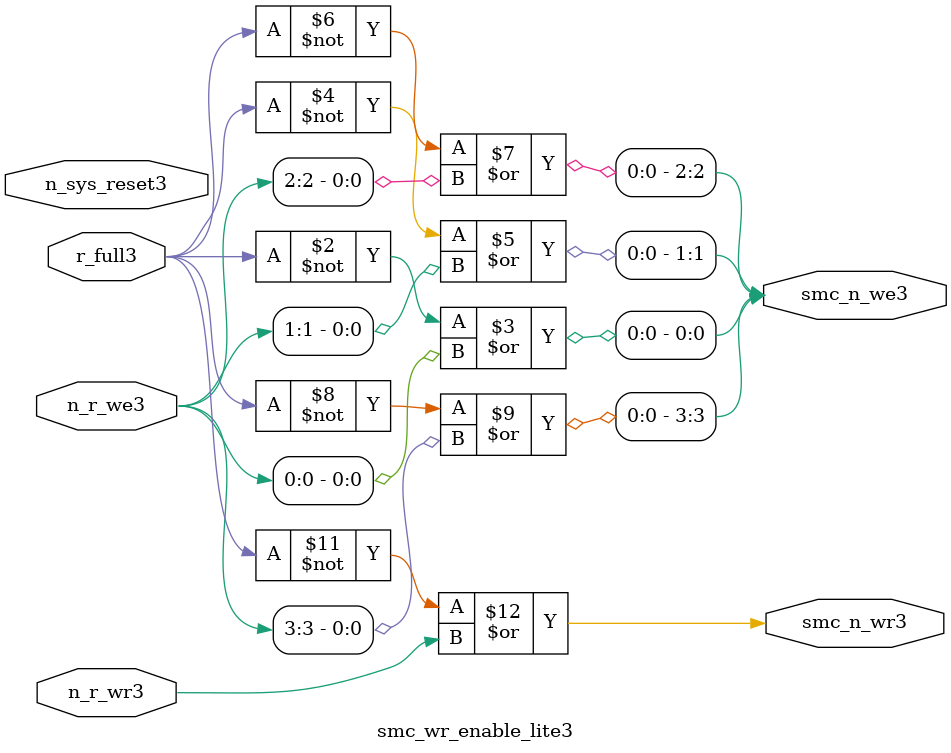
<source format=v>


  module smc_wr_enable_lite3 (

                      //inputs3                      

                      n_sys_reset3,
                      r_full3,
                      n_r_we3,
                      n_r_wr3,

                      //outputs3

                      smc_n_we3,
                      smc_n_wr3);

//I3/O3
   
   input             n_sys_reset3;   //system reset
   input             r_full3;    // Full cycle write strobe3
   input [3:0]       n_r_we3;    //write enable from smc_strobe3
   input             n_r_wr3;    //write strobe3 from smc_strobe3
   output [3:0]      smc_n_we3;  // write enable (active low3)
   output            smc_n_wr3;  // write strobe3 (active low3)
   
   
//output reg declaration3.
   
   reg [3:0]          smc_n_we3;
   reg                smc_n_wr3;

//----------------------------------------------------------------------
// negedge strobes3 with clock3.
//----------------------------------------------------------------------
      

//----------------------------------------------------------------------
      
//--------------------------------------------------------------------
// Gate3 Write strobes3 with clock3.
//--------------------------------------------------------------------

  always @(r_full3 or n_r_we3)
  
  begin
  
     smc_n_we3[0] = ((~r_full3  ) | n_r_we3[0] );

     smc_n_we3[1] = ((~r_full3  ) | n_r_we3[1] );

     smc_n_we3[2] = ((~r_full3  ) | n_r_we3[2] );

     smc_n_we3[3] = ((~r_full3  ) | n_r_we3[3] );

  
  end

//--------------------------------------------------------------------   
//write strobe3 generation3
//--------------------------------------------------------------------   

  always @(n_r_wr3 or r_full3 )
  
     begin
  
        smc_n_wr3 = ((~r_full3 ) | n_r_wr3 );
       
     end

endmodule // smc_wr_enable3


</source>
